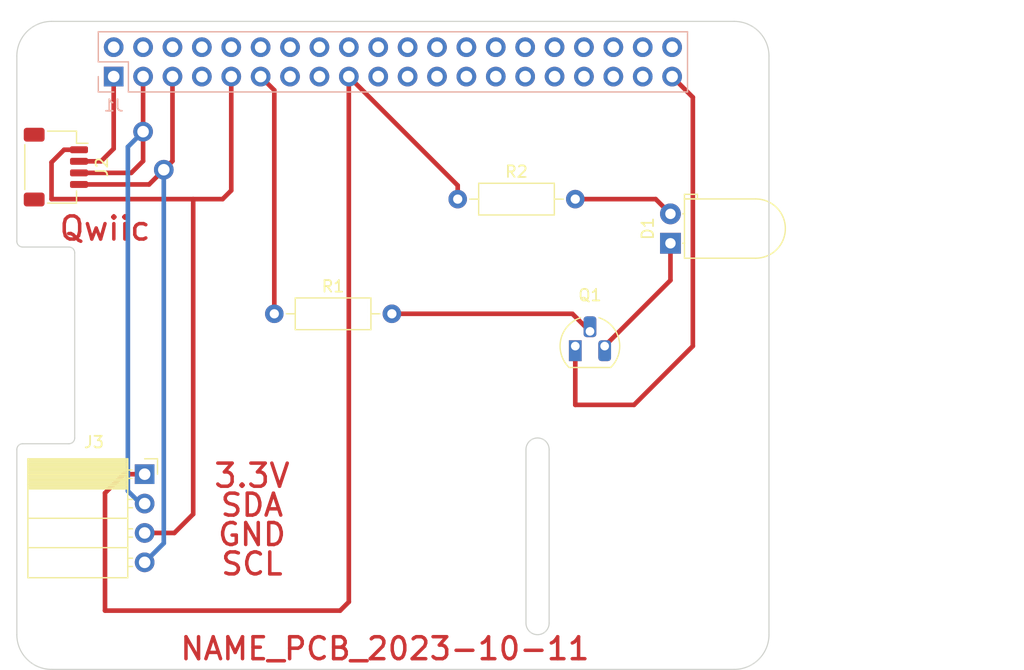
<source format=kicad_pcb>
(kicad_pcb (version 20221018) (generator pcbnew)
  (title_block (date "2023-09-24"))
  (layers (0 "F.Cu" signal) (31 "B.Cu" signal) (34 "B.Paste" user) (35 "F.Paste" user) (36 "B.SilkS" user "B.Silkscreen") (37 "F.SilkS" user "F.Silkscreen") (38 "B.Mask" user) (39 "F.Mask" user) (44 "Edge.Cuts" user))
  (net 0 "")
  (net 1 "GND")
  (net 2 "/GPIO2{slash}SDA1")
  (net 3 "/GPIO3{slash}SCL1")
  (net 4 "/GPIO4{slash}GPCLK0")
  (net 5 "/GPIO14{slash}TXD0")
  (net 6 "/GPIO15{slash}RXD0")
  (net 7 "/GPIO17")
  (net 8 "/GPIO18{slash}PCM.CLK")
  (net 9 "/GPIO27")
  (net 10 "/GPIO22")
  (net 11 "/GPIO23")
  (net 12 "/GPIO24")
  (net 13 "/GPIO10{slash}SPI0.MOSI")
  (net 14 "/GPIO9{slash}SPI0.MISO")
  (net 15 "/GPIO25")
  (net 16 "/GPIO11{slash}SPI0.SCLK")
  (net 17 "/GPIO8{slash}SPI0.CE0")
  (net 18 "/GPIO7{slash}SPI0.CE1")
  (net 19 "/ID_SDA")
  (net 20 "/ID_SCL")
  (net 21 "/GPIO5")
  (net 22 "/GPIO6")
  (net 23 "/GPIO12{slash}PWM0")
  (net 24 "/GPIO13{slash}PWM1")
  (net 25 "/GPIO19{slash}PCM.FS")
  (net 26 "/GPIO16")
  (net 27 "/GPIO26")
  (net 28 "/GPIO20{slash}PCM.DIN")
  (net 29 "/GPIO21{slash}PCM.DOUT")
  (net 30 "+5V")
  (net 31 "+3V3")
  (net 32 "Net-(Q1-Pad3)")
  (net 33 "Net-(D1-Pad2)")
  (net 34 "Net-(Q1-Pad2)")
  (footprint "MountingHole:MountingHole_2.7mm_M2.5" (layer "F.Cu") (at 161.5 47.5)
    (fp_text reference "MH2" hide)
    (fp_text value "MountingHole_2.7mm_M2.5" hide)
    (pad "" np_thru_hole circle locked (at 0 0) (size 2.7 2.7) (drill 2.7) (layers "*.Cu" "*.Mask"))
  )
  (footprint "LED_THT:LED_D5.0mm_Horizontal_O1.27mm_Z3.0mm" (layer "F.Cu") (at 156.485 63.175 90)
    (fp_text reference "D1" (at 1.27 -1.96 90) (layer "F.SilkS"))
    (fp_text value "LED")
    (fp_line (start -1.29 1.21) (end -1.29 7.37) (stroke (width 0.12)) (layer "F.SilkS"))
    (fp_line (start -1.29 1.21) (end 3.83 1.21) (stroke (width 0.12)) (layer "F.SilkS"))
    (fp_line (start 0 1.08) (end 0 1.08) (stroke (width 0.12)) (layer "F.SilkS"))
    (fp_line (start 0 1.08) (end 0 1.21) (stroke (width 0.12)) (layer "F.SilkS"))
    (fp_line (start 0 1.21) (end 0 1.08) (stroke (width 0.12)) (layer "F.SilkS"))
    (fp_line (start 0 1.21) (end 0 1.21) (stroke (width 0.12)) (layer "F.SilkS"))
    (fp_line (start 2.54 1.08) (end 2.54 1.08) (stroke (width 0.12)) (layer "F.SilkS"))
    (fp_line (start 2.54 1.08) (end 2.54 1.21) (stroke (width 0.12)) (layer "F.SilkS"))
    (fp_line (start 2.54 1.21) (end 2.54 1.08) (stroke (width 0.12)) (layer "F.SilkS"))
    (fp_line (start 2.54 1.21) (end 2.54 1.21) (stroke (width 0.12)) (layer "F.SilkS"))
    (fp_line (start 3.83 1.21) (end 3.83 7.37) (stroke (width 0.12)) (layer "F.SilkS"))
    (fp_line (start 3.83 1.21) (end 4.23 1.21) (stroke (width 0.12)) (layer "F.SilkS"))
    (fp_line (start 3.83 2.33) (end 3.83 1.21) (stroke (width 0.12)) (layer "F.SilkS"))
    (fp_line (start 4.23 1.21) (end 4.23 2.33) (stroke (width 0.12)) (layer "F.SilkS"))
    (fp_line (start 4.23 2.33) (end 3.83 2.33) (stroke (width 0.12)) (layer "F.SilkS"))
    (fp_arc (start 3.83 7.37) (mid 1.27 9.93) (end -1.29 7.37) (stroke (width 0.12)) (layer "F.SilkS"))
    (pad "1" thru_hole rect (at 0 0 90) (size 1.8 1.8) (drill 0.9) (layers "*.Cu" "*.Mask") (net 32 "Net-(Q1-Pad3)"))
    (pad "2" thru_hole circle (at 2.54 0 90) (size 1.8 1.8) (drill 0.9) (layers "*.Cu" "*.Mask") (net 33 "Net-(D1-Pad2)"))
  )
  (footprint "Connector_JST:JST_SH_SM04B-SRSS-TB_1x04-1MP_P1.00mm_Horizontal" (layer "F.Cu") (at 103.372914 56.592841 -90)
    (fp_text reference "J2" (at 0 -3.98 90) (layer "F.SilkS"))
    (fp_text value "Qwiic Right Angle")
    (fp_line (start -3.11 -1.785) (end -2.06 -1.785) (stroke (width 0.12)) (layer "F.SilkS"))
    (fp_line (start -3.11 0.715) (end -3.11 -1.785) (stroke (width 0.12)) (layer "F.SilkS"))
    (fp_line (start -2.06 -1.785) (end -2.06 -2.775) (stroke (width 0.12)) (layer "F.SilkS"))
    (fp_line (start -1.94 2.685) (end 1.94 2.685) (stroke (width 0.12)) (layer "F.SilkS"))
    (fp_line (start 3.11 -1.785) (end 2.06 -1.785) (stroke (width 0.12)) (layer "F.SilkS"))
    (fp_line (start 3.11 0.715) (end 3.11 -1.785) (stroke (width 0.12)) (layer "F.SilkS"))
    (pad "1" smd roundrect (at -1.5 -2 270) (size 0.6 1.55) (layers "F.Cu" "F.Paste" "F.Mask") (net 1 "GND"))
    (pad "2" smd roundrect (at -0.5 -2 270) (size 0.6 1.55) (layers "F.Cu" "F.Paste" "F.Mask") (net 31 "+3V3"))
    (pad "3" smd roundrect (at 0.5 -2 270) (size 0.6 1.55) (layers "F.Cu" "F.Paste" "F.Mask") (net 2 "/GPIO2{slash}SDA1"))
    (pad "4" smd roundrect (at 1.5 -2 270) (size 0.6 1.55) (layers "F.Cu" "F.Paste" "F.Mask") (net 3 "/GPIO3{slash}SCL1"))
    (pad "MP" smd roundrect (at -2.8 1.875 270) (size 1.2 1.8) (layers "F.Cu" "F.Paste" "F.Mask") (roundrect_rratio 0.2083333333))
    (pad "MP" smd roundrect (at 2.8 1.875 270) (size 1.2 1.8) (layers "F.Cu" "F.Paste" "F.Mask") (roundrect_rratio 0.2083333333))
  )
  (footprint "Resistor_THT:R_Axial_DIN0207_L6.3mm_D2.5mm_P10.16mm_Horizontal" (layer "F.Cu") (at 122.25 69.27)
    (fp_text reference "R1" (at 5.08 -2.37) (layer "F.SilkS"))
    (fp_text value "2.2k")
    (fp_line (start 1.04 0) (end 1.81 0) (stroke (width 0.12)) (layer "F.SilkS"))
    (fp_line (start 1.81 -1.37) (end 1.81 1.37) (stroke (width 0.12)) (layer "F.SilkS"))
    (fp_line (start 1.81 1.37) (end 8.35 1.37) (stroke (width 0.12)) (layer "F.SilkS"))
    (fp_line (start 8.35 -1.37) (end 1.81 -1.37) (stroke (width 0.12)) (layer "F.SilkS"))
    (fp_line (start 8.35 1.37) (end 8.35 -1.37) (stroke (width 0.12)) (layer "F.SilkS"))
    (fp_line (start 9.12 0) (end 8.35 0) (stroke (width 0.12)) (layer "F.SilkS"))
    (pad "1" thru_hole circle (at 0 0) (size 1.6 1.6) (drill 0.8) (layers "*.Cu" "*.Mask") (net 7 "/GPIO17"))
    (pad "2" thru_hole oval (at 10.16 0) (size 1.6 1.6) (drill 0.8) (layers "*.Cu" "*.Mask") (net 34 "Net-(Q1-Pad2)"))
  )
  (footprint "Package_TO_SOT_THT:TO-92_HandSolder" (layer "F.Cu") (at 148.26 72.06)
    (fp_text reference "Q1" (at 1.27 -4.4) (layer "F.SilkS"))
    (fp_text value "2N4124")
    (fp_line (start -0.53 1.85) (end 3.07 1.85) (stroke (width 0.12)) (layer "F.SilkS"))
    (fp_arc (start -0.541875 1.841741) (mid -1.247231 -0.581764) (end 0.45 -2.45) (stroke (width 0.12)) (layer "F.SilkS"))
    (fp_arc (start 2.05 -2.45) (mid 3.769931 -0.601036) (end 3.078445 1.827684) (stroke (width 0.12)) (layer "F.SilkS"))
    (pad "1" thru_hole rect (at 0 0) (size 1.1 1.8) (drill 0.75 (offset 0 0.4)) (layers "*.Cu" "*.Mask") (net 1 "GND"))
    (pad "2" thru_hole roundrect (at 1.27 -1.27) (size 1.1 1.8) (drill 0.75 (offset 0 -0.4)) (layers "*.Cu" "*.Mask") (net 34 "Net-(Q1-Pad2)"))
    (pad "3" thru_hole roundrect (at 2.54 0) (size 1.1 1.8) (drill 0.75 (offset 0 0.4)) (layers "*.Cu" "*.Mask") (net 32 "Net-(Q1-Pad3)"))
  )
  (footprint "MountingHole:MountingHole_2.7mm_M2.5" (layer "F.Cu") (at 103.5 96.5)
    (fp_text reference "MH3" hide)
    (fp_text value "MountingHole_2.7mm_M2.5" hide)
    (pad "" np_thru_hole circle locked (at 0 0) (size 2.7 2.7) (drill 2.7) (layers "*.Cu" "*.Mask"))
  )
  (footprint "MountingHole:MountingHole_2.7mm_M2.5" (layer "F.Cu") (at 103.5 47.5)
    (fp_text reference "MH1" hide)
    (fp_text value "MountingHole_2.7mm_M2.5" hide)
    (pad "" np_thru_hole circle locked (at 0 0) (size 2.7 2.7) (drill 2.7) (layers "*.Cu" "*.Mask"))
  )
  (footprint "Resistor_THT:R_Axial_DIN0207_L6.3mm_D2.5mm_P10.16mm_Horizontal" (layer "F.Cu") (at 138.1 59.36)
    (fp_text reference "R2" (at 5.08 -2.37) (layer "F.SilkS"))
    (fp_text value "220")
    (fp_line (start 1.04 0) (end 1.81 0) (stroke (width 0.12)) (layer "F.SilkS"))
    (fp_line (start 1.81 -1.37) (end 1.81 1.37) (stroke (width 0.12)) (layer "F.SilkS"))
    (fp_line (start 1.81 1.37) (end 8.35 1.37) (stroke (width 0.12)) (layer "F.SilkS"))
    (fp_line (start 8.35 -1.37) (end 1.81 -1.37) (stroke (width 0.12)) (layer "F.SilkS"))
    (fp_line (start 8.35 1.37) (end 8.35 -1.37) (stroke (width 0.12)) (layer "F.SilkS"))
    (fp_line (start 9.12 0) (end 8.35 0) (stroke (width 0.12)) (layer "F.SilkS"))
    (pad "1" thru_hole circle (at 0 0) (size 1.6 1.6) (drill 0.8) (layers "*.Cu" "*.Mask") (net 31 "+3V3"))
    (pad "2" thru_hole oval (at 10.16 0) (size 1.6 1.6) (drill 0.8) (layers "*.Cu" "*.Mask") (net 33 "Net-(D1-Pad2)"))
  )
  (footprint "MountingHole:MountingHole_2.7mm_M2.5" (layer "F.Cu") (at 161.5 96.5)
    (fp_text reference "MH4" hide)
    (fp_text value "MountingHole_2.7mm_M2.5" hide)
    (pad "" np_thru_hole circle locked (at 0 0) (size 2.7 2.7) (drill 2.7) (layers "*.Cu" "*.Mask"))
  )
  (footprint "Connector_PinSocket_2.54mm:PinSocket_1x04_P2.54mm_Horizontal" (layer "F.Cu") (at 111.045 83.13)
    (fp_text reference "J3" (at -4.38 -2.77) (layer "F.SilkS"))
    (fp_text value "Conn_01x04_Female")
    (fp_line (start -10.09 -1.33) (end -10.09 8.95) (stroke (width 0.12)) (layer "F.SilkS"))
    (fp_line (start -10.09 -1.33) (end -1.46 -1.33) (stroke (width 0.12)) (layer "F.SilkS"))
    (fp_line (start -10.09 -1.21) (end -1.46 -1.21) (stroke (width 0.12)) (layer "F.SilkS"))
    (fp_line (start -10.09 -1.091905) (end -1.46 -1.091905) (stroke (width 0.12)) (layer "F.SilkS"))
    (fp_line (start -10.09 -0.97381) (end -1.46 -0.97381) (stroke (width 0.12)) (layer "F.SilkS"))
    (fp_line (start -10.09 -0.855715) (end -1.46 -0.855715) (stroke (width 0.12)) (layer "F.SilkS"))
    (fp_line (start -10.09 -0.73762) (end -1.46 -0.73762) (stroke (width 0.12)) (layer "F.SilkS"))
    (fp_line (start -10.09 -0.619525) (end -1.46 -0.619525) (stroke (width 0.12)) (layer "F.SilkS"))
    (fp_line (start -10.09 -0.50143) (end -1.46 -0.50143) (stroke (width 0.12)) (layer "F.SilkS"))
    (fp_line (start -10.09 -0.383335) (end -1.46 -0.383335) (stroke (width 0.12)) (layer "F.SilkS"))
    (fp_line (start -10.09 -0.26524) (end -1.46 -0.26524) (stroke (width 0.12)) (layer "F.SilkS"))
    (fp_line (start -10.09 -0.147145) (end -1.46 -0.147145) (stroke (width 0.12)) (layer "F.SilkS"))
    (fp_line (start -10.09 -0.02905) (end -1.46 -0.02905) (stroke (width 0.12)) (layer "F.SilkS"))
    (fp_line (start -10.09 0.089045) (end -1.46 0.089045) (stroke (width 0.12)) (layer "F.SilkS"))
    (fp_line (start -10.09 0.20714) (end -1.46 0.20714) (stroke (width 0.12)) (layer "F.SilkS"))
    (fp_line (start -10.09 0.325235) (end -1.46 0.325235) (stroke (width 0.12)) (layer "F.SilkS"))
    (fp_line (start -10.09 0.44333) (end -1.46 0.44333) (stroke (width 0.12)) (layer "F.SilkS"))
    (fp_line (start -10.09 0.561425) (end -1.46 0.561425) (stroke (width 0.12)) (layer "F.SilkS"))
    (fp_line (start -10.09 0.67952) (end -1.46 0.67952) (stroke (width 0.12)) (layer "F.SilkS"))
    (fp_line (start -10.09 0.797615) (end -1.46 0.797615) (stroke (width 0.12)) (layer "F.SilkS"))
    (fp_line (start -10.09 0.91571) (end -1.46 0.91571) (stroke (width 0.12)) (layer "F.SilkS"))
    (fp_line (start -10.09 1.033805) (end -1.46 1.033805) (stroke (width 0.12)) (layer "F.SilkS"))
    (fp_line (start -10.09 1.1519) (end -1.46 1.1519) (stroke (width 0.12)) (layer "F.SilkS"))
    (fp_line (start -10.09 1.27) (end -1.46 1.27) (stroke (width 0.12)) (layer "F.SilkS"))
    (fp_line (start -10.09 3.81) (end -1.46 3.81) (stroke (width 0.12)) (layer "F.SilkS"))
    (fp_line (start -10.09 6.35) (end -1.46 6.35) (stroke (width 0.12)) (layer "F.SilkS"))
    (fp_line (start -10.09 8.95) (end -1.46 8.95) (stroke (width 0.12)) (layer "F.SilkS"))
    (fp_line (start -1.46 -1.33) (end -1.46 8.95) (stroke (width 0.12)) (layer "F.SilkS"))
    (fp_line (start -1.46 -0.36) (end -1.11 -0.36) (stroke (width 0.12)) (layer "F.SilkS"))
    (fp_line (start -1.46 0.36) (end -1.11 0.36) (stroke (width 0.12)) (layer "F.SilkS"))
    (fp_line (start -1.46 2.18) (end -1.05 2.18) (stroke (width 0.12)) (layer "F.SilkS"))
    (fp_line (start -1.46 2.9) (end -1.05 2.9) (stroke (width 0.12)) (layer "F.SilkS"))
    (fp_line (start -1.46 4.72) (end -1.05 4.72) (stroke (width 0.12)) (layer "F.SilkS"))
    (fp_line (start -1.46 5.44) (end -1.05 5.44) (stroke (width 0.12)) (layer "F.SilkS"))
    (fp_line (start -1.46 7.26) (end -1.05 7.26) (stroke (width 0.12)) (layer "F.SilkS"))
    (fp_line (start -1.46 7.98) (end -1.05 7.98) (stroke (width 0.12)) (layer "F.SilkS"))
    (fp_line (start 0 -1.33) (end 1.11 -1.33) (stroke (width 0.12)) (layer "F.SilkS"))
    (fp_line (start 1.11 -1.33) (end 1.11 0) (stroke (width 0.12)) (layer "F.SilkS"))
    (pad "1" thru_hole rect (at 0 0) (size 1.7 1.7) (drill 1) (layers "*.Cu" "*.Mask") (net 31 "+3V3"))
    (pad "2" thru_hole oval (at 0 2.54) (size 1.7 1.7) (drill 1) (layers "*.Cu" "*.Mask") (net 2 "/GPIO2{slash}SDA1"))
    (pad "3" thru_hole oval (at 0 5.08) (size 1.7 1.7) (drill 1) (layers "*.Cu" "*.Mask") (net 1 "GND"))
    (pad "4" thru_hole oval (at 0 7.62) (size 1.7 1.7) (drill 1) (layers "*.Cu" "*.Mask") (net 3 "/GPIO3{slash}SCL1"))
  )
  (footprint "Connector_PinSocket_2.54mm:PinSocket_2x20_P2.54mm_Vertical" (layer "B.Cu") (at 108.37 48.77 -90)
    (fp_text reference "J1" (at 2.5 0) (layer "B.SilkS") (effects (justify mirror)))
    (fp_text value "GPIO")
    (fp_line (start -3.87 -49.59) (end 1.33 -49.59) (stroke (width 0.12)) (layer "B.SilkS"))
    (fp_line (start -3.87 1.33) (end -3.87 -49.59) (stroke (width 0.12)) (layer "B.SilkS"))
    (fp_line (start -3.87 1.33) (end -1.27 1.33) (stroke (width 0.12)) (layer "B.SilkS"))
    (fp_line (start -1.27 -1.27) (end 1.33 -1.27) (stroke (width 0.12)) (layer "B.SilkS"))
    (fp_line (start -1.27 1.33) (end -1.27 -1.27) (stroke (width 0.12)) (layer "B.SilkS"))
    (fp_line (start 0 1.33) (end 1.33 1.33) (stroke (width 0.12)) (layer "B.SilkS"))
    (fp_line (start 1.33 -1.27) (end 1.33 -49.59) (stroke (width 0.12)) (layer "B.SilkS"))
    (fp_line (start 1.33 1.33) (end 1.33 0) (stroke (width 0.12)) (layer "B.SilkS"))
    (pad "1" thru_hole rect (at 0 0 270) (size 1.7 1.7) (drill 1) (layers "*.Cu" "*.Mask") (net 31 "+3V3"))
    (pad "2" thru_hole oval (at -2.54 0 270) (size 1.7 1.7) (drill 1) (layers "*.Cu" "*.Mask") (net 30 "+5V"))
    (pad "3" thru_hole oval (at 0 -2.54 270) (size 1.7 1.7) (drill 1) (layers "*.Cu" "*.Mask") (net 2 "/GPIO2{slash}SDA1"))
    (pad "4" thru_hole oval (at -2.54 -2.54 270) (size 1.7 1.7) (drill 1) (layers "*.Cu" "*.Mask") (net 30 "+5V"))
    (pad "5" thru_hole oval (at 0 -5.08 270) (size 1.7 1.7) (drill 1) (layers "*.Cu" "*.Mask") (net 3 "/GPIO3{slash}SCL1"))
    (pad "6" thru_hole oval (at -2.54 -5.08 270) (size 1.7 1.7) (drill 1) (layers "*.Cu" "*.Mask") (net 1 "GND"))
    (pad "7" thru_hole oval (at 0 -7.62 270) (size 1.7 1.7) (drill 1) (layers "*.Cu" "*.Mask") (net 4 "/GPIO4{slash}GPCLK0"))
    (pad "8" thru_hole oval (at -2.54 -7.62 270) (size 1.7 1.7) (drill 1) (layers "*.Cu" "*.Mask") (net 5 "/GPIO14{slash}TXD0"))
    (pad "9" thru_hole oval (at 0 -10.16 270) (size 1.7 1.7) (drill 1) (layers "*.Cu" "*.Mask") (net 1 "GND"))
    (pad "10" thru_hole oval (at -2.54 -10.16 270) (size 1.7 1.7) (drill 1) (layers "*.Cu" "*.Mask") (net 6 "/GPIO15{slash}RXD0"))
    (pad "11" thru_hole oval (at 0 -12.7 270) (size 1.7 1.7) (drill 1) (layers "*.Cu" "*.Mask") (net 7 "/GPIO17"))
    (pad "12" thru_hole oval (at -2.54 -12.7 270) (size 1.7 1.7) (drill 1) (layers "*.Cu" "*.Mask") (net 8 "/GPIO18{slash}PCM.CLK"))
    (pad "13" thru_hole oval (at 0 -15.24 270) (size 1.7 1.7) (drill 1) (layers "*.Cu" "*.Mask") (net 9 "/GPIO27"))
    (pad "14" thru_hole oval (at -2.54 -15.24 270) (size 1.7 1.7) (drill 1) (layers "*.Cu" "*.Mask") (net 1 "GND"))
    (pad "15" thru_hole oval (at 0 -17.78 270) (size 1.7 1.7) (drill 1) (layers "*.Cu" "*.Mask") (net 10 "/GPIO22"))
    (pad "16" thru_hole oval (at -2.54 -17.78 270) (size 1.7 1.7) (drill 1) (layers "*.Cu" "*.Mask") (net 11 "/GPIO23"))
    (pad "17" thru_hole oval (at 0 -20.32 270) (size 1.7 1.7) (drill 1) (layers "*.Cu" "*.Mask") (net 31 "+3V3"))
    (pad "18" thru_hole oval (at -2.54 -20.32 270) (size 1.7 1.7) (drill 1) (layers "*.Cu" "*.Mask") (net 12 "/GPIO24"))
    (pad "19" thru_hole oval (at 0 -22.86 270) (size 1.7 1.7) (drill 1) (layers "*.Cu" "*.Mask") (net 13 "/GPIO10{slash}SPI0.MOSI"))
    (pad "20" thru_hole oval (at -2.54 -22.86 270) (size 1.7 1.7) (drill 1) (layers "*.Cu" "*.Mask") (net 1 "GND"))
    (pad "21" thru_hole oval (at 0 -25.4 270) (size 1.7 1.7) (drill 1) (layers "*.Cu" "*.Mask") (net 14 "/GPIO9{slash}SPI0.MISO"))
    (pad "22" thru_hole oval (at -2.54 -25.4 270) (size 1.7 1.7) (drill 1) (layers "*.Cu" "*.Mask") (net 15 "/GPIO25"))
    (pad "23" thru_hole oval (at 0 -27.94 270) (size 1.7 1.7) (drill 1) (layers "*.Cu" "*.Mask") (net 16 "/GPIO11{slash}SPI0.SCLK"))
    (pad "24" thru_hole oval (at -2.54 -27.94 270) (size 1.7 1.7) (drill 1) (layers "*.Cu" "*.Mask") (net 17 "/GPIO8{slash}SPI0.CE0"))
    (pad "25" thru_hole oval (at 0 -30.48 270) (size 1.7 1.7) (drill 1) (layers "*.Cu" "*.Mask") (net 1 "GND"))
    (pad "26" thru_hole oval (at -2.54 -30.48 270) (size 1.7 1.7) (drill 1) (layers "*.Cu" "*.Mask") (net 18 "/GPIO7{slash}SPI0.CE1"))
    (pad "27" thru_hole oval (at 0 -33.02 270) (size 1.7 1.7) (drill 1) (layers "*.Cu" "*.Mask") (net 19 "/ID_SDA"))
    (pad "28" thru_hole oval (at -2.54 -33.02 270) (size 1.7 1.7) (drill 1) (layers "*.Cu" "*.Mask") (net 20 "/ID_SCL"))
    (pad "29" thru_hole oval (at 0 -35.56 270) (size 1.7 1.7) (drill 1) (layers "*.Cu" "*.Mask") (net 21 "/GPIO5"))
    (pad "30" thru_hole oval (at -2.54 -35.56 270) (size 1.7 1.7) (drill 1) (layers "*.Cu" "*.Mask") (net 1 "GND"))
    (pad "31" thru_hole oval (at 0 -38.1 270) (size 1.7 1.7) (drill 1) (layers "*.Cu" "*.Mask") (net 22 "/GPIO6"))
    (pad "32" thru_hole oval (at -2.54 -38.1 270) (size 1.7 1.7) (drill 1) (layers "*.Cu" "*.Mask") (net 23 "/GPIO12{slash}PWM0"))
    (pad "33" thru_hole oval (at 0 -40.64 270) (size 1.7 1.7) (drill 1) (layers "*.Cu" "*.Mask") (net 24 "/GPIO13{slash}PWM1"))
    (pad "34" thru_hole oval (at -2.54 -40.64 270) (size 1.7 1.7) (drill 1) (layers "*.Cu" "*.Mask") (net 1 "GND"))
    (pad "35" thru_hole oval (at 0 -43.18 270) (size 1.7 1.7) (drill 1) (layers "*.Cu" "*.Mask") (net 25 "/GPIO19{slash}PCM.FS"))
    (pad "36" thru_hole oval (at -2.54 -43.18 270) (size 1.7 1.7) (drill 1) (layers "*.Cu" "*.Mask") (net 26 "/GPIO16"))
    (pad "37" thru_hole oval (at 0 -45.72 270) (size 1.7 1.7) (drill 1) (layers "*.Cu" "*.Mask") (net 27 "/GPIO26"))
    (pad "38" thru_hole oval (at -2.54 -45.72 270) (size 1.7 1.7) (drill 1) (layers "*.Cu" "*.Mask") (net 28 "/GPIO20{slash}PCM.DIN"))
    (pad "39" thru_hole oval (at 0 -48.26 270) (size 1.7 1.7) (drill 1) (layers "*.Cu" "*.Mask") (net 1 "GND"))
    (pad "40" thru_hole oval (at -2.54 -48.26 270) (size 1.7 1.7) (drill 1) (layers "*.Cu" "*.Mask") (net 29 "/GPIO21{slash}PCM.DOUT"))
  )
  (gr_arc (start 100.5 63.5) (mid 100.146447 63.353553) (end 100 63) (stroke (width 0.1)) (layer "Edge.Cuts"))
  (gr_arc (start 162 44) (mid 164.12132 44.87868) (end 165 47) (stroke (width 0.1)) (layer "Edge.Cuts"))
  (gr_line (start 165 97) (end 165 47) (stroke (width 0.1)) (layer "Edge.Cuts"))
  (gr_line (start 100 47) (end 100 63) (stroke (width 0.1)) (layer "Edge.Cuts"))
  (gr_line (start 146 81) (end 146 96) (stroke (width 0.1)) (layer "Edge.Cuts"))
  (gr_line (start 144 96) (end 144 81) (stroke (width 0.1)) (layer "Edge.Cuts"))
  (gr_arc (start 103 100) (mid 100.87868 99.12132) (end 100 97) (stroke (width 0.1)) (layer "Edge.Cuts"))
  (gr_line (start 103 100) (end 162 100) (stroke (width 0.1)) (layer "Edge.Cuts"))
  (gr_line (start 104.5 80.5) (end 100.5 80.5) (stroke (width 0.1)) (layer "Edge.Cuts"))
  (gr_arc (start 144 81) (mid 145 80) (end 146 81) (stroke (width 0.1)) (layer "Edge.Cuts"))
  (gr_arc (start 100 81) (mid 100.146138 80.646755) (end 100.499127 80.500001) (stroke (width 0.1)) (layer "Edge.Cuts"))
  (gr_arc (start 165 97) (mid 164.12132 99.12132) (end 162 100) (stroke (width 0.1)) (layer "Edge.Cuts"))
  (gr_line (start 105 64) (end 105 80) (stroke (width 0.1)) (layer "Edge.Cuts"))
  (gr_arc (start 100 47) (mid 100.87868 44.87868) (end 103 44) (stroke (width 0.1)) (layer "Edge.Cuts"))
  (gr_arc (start 146 96) (mid 145 97) (end 144 96) (stroke (width 0.1)) (layer "Edge.Cuts"))
  (gr_line (start 100 81) (end 100 97) (stroke (width 0.1)) (layer "Edge.Cuts"))
  (gr_line (start 100.5 63.5) (end 104.5 63.5) (stroke (width 0.1)) (layer "Edge.Cuts"))
  (gr_arc (start 105 80) (mid 104.853553 80.353553) (end 104.5 80.5) (stroke (width 0.1)) (layer "Edge.Cuts"))
  (gr_arc (start 104.5 63.5) (mid 104.853553 63.646447) (end 105 64) (stroke (width 0.1)) (layer "Edge.Cuts"))
  (gr_line (start 162 44) (end 103 44) (stroke (width 0.1)) (layer "Edge.Cuts"))
  (gr_text "NAME_PCB_2023-10-11" (at 131.807877 98.211126) (layer "F.Cu") (effects (font (size 1.9 1.9) (thickness 0.3))))
  (gr_text "GND" (at 120.32 88.34324) (layer "F.Cu") (effects (font (size 1.9 1.9) (thickness 0.3))))
  (gr_text "Qwiic" (at 107.62 61.9) (layer "F.Cu") (effects (font (size 2 2) (thickness 0.3))))
  (gr_text "SCL" (at 120.32 90.88324) (layer "F.Cu") (effects (font (size 1.9 1.9) (thickness 0.3))))
  (gr_text "3.3V" (at 120.32 83.26324) (layer "F.Cu") (effects (font (size 2 2) (thickness 0.3))))
  (gr_text "SDA" (at 120.32 85.80324) (layer "F.Cu") (effects (font (size 1.9 1.9) (thickness 0.3))))
  (segment (start 104.08562 55.092841) (end 105.372914 55.092841) (width 0.4) (layer "F.Cu") (net 1))
  (segment (start 117.78 59.36) (end 102.997914 59.36) (width 0.4) (layer "F.Cu") (net 1))
  (segment (start 115.24 59.36) (end 115.24 86.58) (width 0.4) (layer "F.Cu") (net 1))
  (segment (start 158.42 50.56) (end 156.63 48.77) (width 0.4) (layer "F.Cu") (net 1))
  (segment (start 102.997914 56.180547) (end 104.08562 55.092841) (width 0.4) (layer "F.Cu") (net 1))
  (segment (start 148.26 77.14) (end 153.34 77.14) (width 0.4) (layer "F.Cu") (net 1))
  (segment (start 153.34 77.14) (end 158.42 72.06) (width 0.4) (layer "F.Cu") (net 1))
  (segment (start 118.53 58.61) (end 117.78 59.36) (width 0.4) (layer "F.Cu") (net 1))
  (segment (start 115.24 86.58) (end 113.61 88.21) (width 0.4) (layer "F.Cu") (net 1))
  (segment (start 113.61 88.21) (end 111.045 88.21) (width 0.4) (layer "F.Cu") (net 1))
  (segment (start 148.26 72.06) (end 148.26 77.14) (width 0.4) (layer "F.Cu") (net 1))
  (segment (start 158.42 72.06) (end 158.42 50.56) (width 0.4) (layer "F.Cu") (net 1))
  (segment (start 102.997914 59.36) (end 102.997914 56.180547) (width 0.4) (layer "F.Cu") (net 1))
  (segment (start 118.53 48.77) (end 118.53 58.61) (width 0.4) (layer "F.Cu") (net 1))
  (segment (start 110.91 48.77) (end 110.91 53.53) (width 0.4) (layer "F.Cu") (net 2))
  (segment (start 109.887159 57.092841) (end 105.372914 57.092841) (width 0.4) (layer "F.Cu") (net 2))
  (segment (start 110.91 53.53) (end 110.91 56.07) (width 0.4) (layer "F.Cu") (net 2))
  (segment (start 110.91 56.07) (end 109.887159 57.092841) (width 0.4) (layer "F.Cu") (net 2))
  (via (at 110.91 53.53) (size 1.7) (drill 1) (layers "F.Cu" "B.Cu") (net 2))
  (segment (start 110.91 53.53) (end 109.595 54.845) (width 0.4) (layer "B.Cu") (net 2))
  (segment (start 109.595 84.58) (end 110.685 85.67) (width 0.4) (layer "B.Cu") (net 2))
  (segment (start 110.685 85.67) (end 111.045 85.67) (width 0.4) (layer "B.Cu") (net 2))
  (segment (start 109.595 54.845) (end 109.595 84.58) (width 0.4) (layer "B.Cu") (net 2))
  (segment (start 113.45 56.07) (end 113.45 48.77) (width 0.4) (layer "F.Cu") (net 3))
  (segment (start 111.427159 58.092841) (end 112.7 56.82) (width 0.4) (layer "F.Cu") (net 3))
  (segment (start 112.7 56.82) (end 113.45 56.07) (width 0.4) (layer "F.Cu") (net 3))
  (segment (start 105.372914 58.092841) (end 111.427159 58.092841) (width 0.4) (layer "F.Cu") (net 3))
  (via (at 112.7 56.82) (size 1.7) (drill 1) (layers "F.Cu" "B.Cu") (net 3))
  (segment (start 112.7 56.82) (end 112.7 89.095) (width 0.4) (layer "B.Cu") (net 3))
  (segment (start 112.7 89.095) (end 111.045 90.75) (width 0.4) (layer "B.Cu") (net 3))
  (segment (start 122.25 49.95) (end 121.07 48.77) (width 0.4) (layer "F.Cu") (net 7))
  (segment (start 122.25 69.27) (end 122.25 49.95) (width 0.4) (layer "F.Cu") (net 7))
  (segment (start 107.275432 56.092841) (end 105.372914 56.092841) (width 0.4) (layer "F.Cu") (net 31))
  (segment (start 108.37 54.998273) (end 107.275432 56.092841) (width 0.4) (layer "F.Cu") (net 31))
  (segment (start 107.62 94.92) (end 107.62 84.76) (width 0.4) (layer "F.Cu") (net 31))
  (segment (start 108.37 48.77) (end 108.37 54.998273) (width 0.4) (layer "F.Cu") (net 31))
  (segment (start 127.94 94.92) (end 107.62 94.92) (width 0.4) (layer "F.Cu") (net 31))
  (segment (start 128.69 94.17) (end 127.94 94.92) (width 0.4) (layer "F.Cu") (net 31))
  (segment (start 128.69 48.77) (end 128.69 94.17) (width 0.4) (layer "F.Cu") (net 31))
  (segment (start 138.1 58.18) (end 128.69 48.77) (width 0.4) (layer "F.Cu") (net 31))
  (segment (start 138.1 59.36) (end 138.1 58.18) (width 0.4) (layer "F.Cu") (net 31))
  (segment (start 105.446266 56.166193) (end 105.372914 56.092841) (width 0.2) (layer "F.Cu") (net 31))
  (segment (start 109.25 83.13) (end 111.045 83.13) (width 0.4) (layer "F.Cu") (net 31))
  (segment (start 107.62 84.76) (end 109.25 83.13) (width 0.4) (layer "F.Cu") (net 31))
  (segment (start 150.8 72.06) (end 156.485 66.375) (width 0.4) (layer "F.Cu") (net 32))
  (segment (start 156.485 66.375) (end 156.485 63.175) (width 0.4) (layer "F.Cu") (net 32))
  (segment (start 155.21 59.36) (end 156.485 60.635) (width 0.4) (layer "F.Cu") (net 33))
  (segment (start 148.26 59.36) (end 155.21 59.36) (width 0.4) (layer "F.Cu") (net 33))
  (segment (start 149.53 70.79) (end 148.01 69.27) (width 0.4) (layer "F.Cu") (net 34))
  (segment (start 148.01 69.27) (end 132.41 69.27) (width 0.4) (layer "F.Cu") (net 34))
)
</source>
